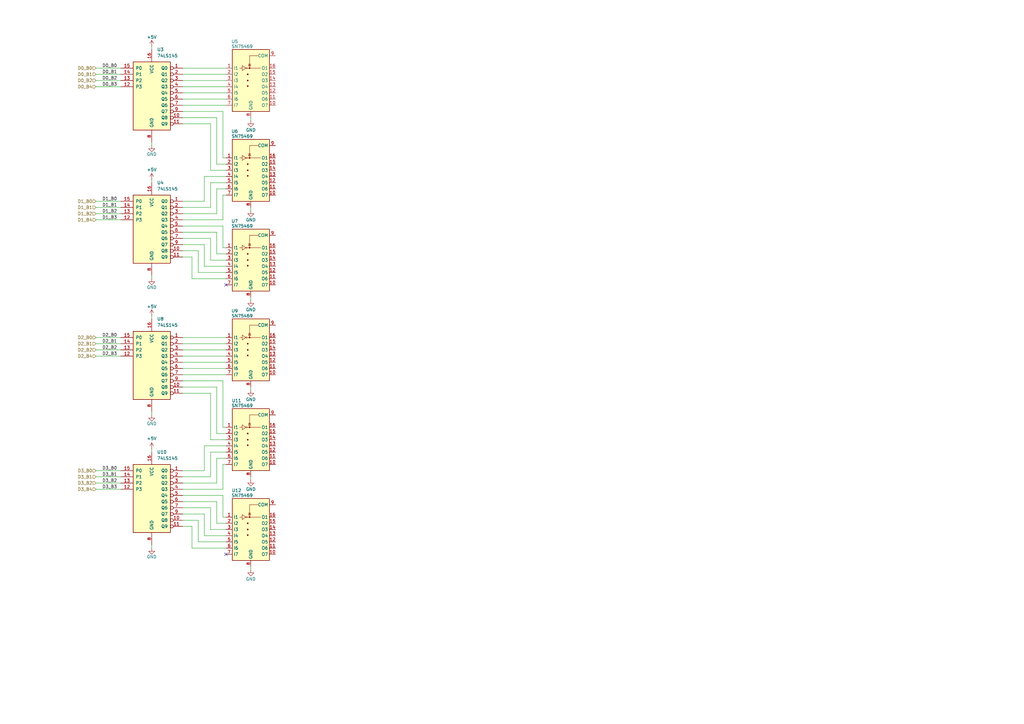
<source format=kicad_sch>
(kicad_sch (version 20231120) (generator "eeschema") (generator_version "8.0")
  (paper "A3")
  (lib_symbols
    (symbol "74xx:74LS145" (pin_names (offset 1.016))
      (property "Reference" "U" (at -7.62 13.97 0))
      (property "Value" "74LS145" (at -7.62 -16.51 0))
      (symbol "74LS145_1_0"
        (pin open_collector inverted (at 12.7 10.16 180) (length 5.08) (name "Q0") (number "1"))
        (pin open_collector inverted (at 12.7 -10.16 180) (length 5.08) (name "Q8") (number "10"))
        (pin open_collector inverted (at 12.7 -12.7 180) (length 5.08) (name "Q9") (number "11"))
        (pin input line (at -12.7 2.54 0) (length 5.08) (name "P3") (number "12"))
        (pin input line (at -12.7 5.08 0) (length 5.08) (name "P2") (number "13"))
        (pin input line (at -12.7 7.62 0) (length 5.08) (name "P1") (number "14"))
        (pin input line (at -12.7 10.16 0) (length 5.08) (name "P0") (number "15"))
        (pin power_in line (at 0 17.78 270) (length 5.08) (name "VCC") (number "16"))
        (pin open_collector inverted (at 12.7 7.62 180) (length 5.08) (name "Q1") (number "2"))
        (pin open_collector inverted (at 12.7 5.08 180) (length 5.08) (name "Q2") (number "3"))
        (pin open_collector inverted (at 12.7 2.54 180) (length 5.08) (name "Q3") (number "4"))
        (pin open_collector inverted (at 12.7 0 180) (length 5.08) (name "Q4") (number "5"))
        (pin open_collector inverted (at 12.7 -2.54 180) (length 5.08) (name "Q5") (number "6"))
        (pin open_collector inverted (at 12.7 -5.08 180) (length 5.08) (name "Q6") (number "7"))
        (pin power_in line (at 0 -20.32 90) (length 5.08) (name "GND") (number "8"))
        (pin open_collector inverted (at 12.7 -7.62 180) (length 5.08) (name "Q7") (number "9"))
      )
      (symbol "74LS145_1_1"
        (rectangle (start -7.62 12.7) (end 7.62 -15.24) (stroke (width 0.254)) (fill (type background)))
      )
    )
    (symbol "Transistor_Array:SN75469"
      (property "Reference" "U" (at 0 15.875 0))
      (property "Value" "SN75469" (at 0 13.97 0))
      (symbol "SN75469_0_1"
        (rectangle (start -7.62 -12.7) (end 7.62 12.7) (stroke (width 0.254)) (fill (type background)))
        (circle (center -1.778 5.08) (radius 0.254))
        (circle (center -1.27 -2.286) (radius 0.254) (fill (type outline)))
        (circle (center -1.27 0) (radius 0.254) (fill (type outline)))
        (circle (center -1.27 2.54) (radius 0.254) (fill (type outline)))
        (circle (center -0.508 5.08) (radius 0.254) (fill (type outline)))
        (polyline (pts (xy -4.572 5.08) (xy -3.556 5.08)))
        (polyline (pts (xy -1.524 5.08) (xy 4.064 5.08)))
        (polyline (pts (xy 0 6.731) (xy -1.016 6.731)))
        (polyline (pts (xy -0.508 5.08) (xy -0.508 10.16) (xy 2.921 10.16)))
        (polyline (pts (xy -3.556 6.096) (xy -3.556 4.064) (xy -2.032 5.08) (xy -3.556 6.096)))
        (polyline (pts (xy 0 5.969) (xy -1.016 5.969) (xy -0.508 6.731) (xy 0 5.969)))
      )
      (symbol "SN75469_1_1"
        (pin input line (at -10.16 5.08 0) (length 2.54) (name "I1") (number "1"))
        (pin open_collector line (at 10.16 -10.16 180) (length 2.54) (name "O7") (number "10"))
        (pin open_collector line (at 10.16 -7.62 180) (length 2.54) (name "O6") (number "11"))
        (pin open_collector line (at 10.16 -5.08 180) (length 2.54) (name "O5") (number "12"))
        (pin open_collector line (at 10.16 -2.54 180) (length 2.54) (name "O4") (number "13"))
        (pin open_collector line (at 10.16 0 180) (length 2.54) (name "O3") (number "14"))
        (pin open_collector line (at 10.16 2.54 180) (length 2.54) (name "O2") (number "15"))
        (pin open_collector line (at 10.16 5.08 180) (length 2.54) (name "O1") (number "16"))
        (pin input line (at -10.16 2.54 0) (length 2.54) (name "I2") (number "2"))
        (pin input line (at -10.16 0 0) (length 2.54) (name "I3") (number "3"))
        (pin input line (at -10.16 -2.54 0) (length 2.54) (name "I4") (number "4"))
        (pin input line (at -10.16 -5.08 0) (length 2.54) (name "I5") (number "5"))
        (pin input line (at -10.16 -7.62 0) (length 2.54) (name "I6") (number "6"))
        (pin input line (at -10.16 -10.16 0) (length 2.54) (name "I7") (number "7"))
        (pin power_in line (at 0 -15.24 90) (length 2.54) (name "GND") (number "8"))
        (pin passive line (at 10.16 10.16 180) (length 2.54) (name "COM") (number "9"))
      )
    )
    (symbol "power:+5V" (power) (pin_numbers hide) (pin_names (offset 0) hide)
      (property "Value" "+5V" (at 0 3.556 0))
      (symbol "+5V_0_1"
        (polyline (pts (xy -0.762 1.27) (xy 0 2.54)))
        (polyline (pts (xy 0 0) (xy 0 2.54)))
        (polyline (pts (xy 0 2.54) (xy 0.762 1.27)))
      )
      (symbol "+5V_1_1"
        (pin power_in line (at 0 0 90) (length 0) (name "~") (number "1"))
      )
    )
    (symbol "power:GND" (power) (pin_numbers hide) (pin_names (offset 0) hide)
      (property "Value" "GND" (at 0 -3.81 0))
      (symbol "GND_0_1"
        (polyline (pts (xy 0 0) (xy 0 -1.27) (xy 1.27 -1.27) (xy 0 -2.54) (xy -1.27 -1.27) (xy 0 -1.27)))
      )
      (symbol "GND_1_1"
        (pin power_in line (at 0 0 270) (length 0) (name "~") (number "1"))
      )
    )
  )
  (no_connect (at 92.71 116.84))
  (no_connect (at 92.71 227.33))
  (wire (pts (xy 74.93 138.43) (xy 92.71 138.43)))
  (wire (pts (xy 83.82 182.88) (xy 92.71 182.88)))
  (wire (pts (xy 86.36 69.85) (xy 86.36 50.8)))
  (wire (pts (xy 74.93 97.79) (xy 86.36 97.79)))
  (wire (pts (xy 91.44 80.01) (xy 91.44 90.17)))
  (wire (pts (xy 88.9 48.26) (xy 74.93 48.26)))
  (wire (pts (xy 74.93 213.36) (xy 81.28 213.36)))
  (wire (pts (xy 92.71 187.96) (xy 88.9 187.96)))
  (wire (pts (xy 86.36 106.68) (xy 92.71 106.68)))
  (wire (pts (xy 78.74 105.41) (xy 78.74 114.3)))
  (wire (pts (xy 81.28 111.76) (xy 92.71 111.76)))
  (wire (pts (xy 78.74 215.9) (xy 78.74 224.79)))
  (wire (pts (xy 86.36 195.58) (xy 74.93 195.58)))
  (wire (pts (xy 74.93 82.55) (xy 83.82 82.55)))
  (wire (pts (xy 74.93 153.67) (xy 92.71 153.67)))
  (wire (pts (xy 86.36 185.42) (xy 92.71 185.42)))
  (wire (pts (xy 88.9 77.47) (xy 88.9 87.63)))
  (wire (pts (xy 91.44 101.6) (xy 92.71 101.6)))
  (wire (pts (xy 39.37 198.12) (xy 49.53 198.12)))
  (wire (pts (xy 86.36 180.34) (xy 92.71 180.34)))
  (wire (pts (xy 86.36 180.34) (xy 86.36 161.29)))
  (wire (pts (xy 86.36 97.79) (xy 86.36 106.68)))
  (wire (pts (xy 92.71 67.31) (xy 88.9 67.31)))
  (wire (pts (xy 39.37 35.56) (xy 49.53 35.56)))
  (wire (pts (xy 74.93 151.13) (xy 92.71 151.13)))
  (wire (pts (xy 39.37 90.17) (xy 49.53 90.17)))
  (wire (pts (xy 86.36 74.93) (xy 92.71 74.93)))
  (wire (pts (xy 91.44 175.26) (xy 91.44 156.21)))
  (wire (pts (xy 39.37 140.97) (xy 49.53 140.97)))
  (wire (pts (xy 83.82 82.55) (xy 83.82 72.39)))
  (wire (pts (xy 39.37 138.43) (xy 49.53 138.43)))
  (wire (pts (xy 83.82 72.39) (xy 92.71 72.39)))
  (wire (pts (xy 62.23 59.69) (xy 62.23 58.42)))
  (wire (pts (xy 88.9 95.25) (xy 88.9 104.14)))
  (wire (pts (xy 102.87 196.85) (xy 102.87 195.58)))
  (wire (pts (xy 88.9 104.14) (xy 92.71 104.14)))
  (wire (pts (xy 78.74 224.79) (xy 92.71 224.79)))
  (wire (pts (xy 74.93 143.51) (xy 92.71 143.51)))
  (wire (pts (xy 91.44 64.77) (xy 91.44 45.72)))
  (wire (pts (xy 81.28 102.87) (xy 81.28 111.76)))
  (wire (pts (xy 74.93 40.64) (xy 92.71 40.64)))
  (wire (pts (xy 92.71 77.47) (xy 88.9 77.47)))
  (wire (pts (xy 39.37 82.55) (xy 49.53 82.55)))
  (wire (pts (xy 39.37 195.58) (xy 49.53 195.58)))
  (wire (pts (xy 88.9 205.74) (xy 88.9 214.63)))
  (wire (pts (xy 74.93 33.02) (xy 92.71 33.02)))
  (wire (pts (xy 62.23 184.15) (xy 62.23 185.42)))
  (wire (pts (xy 81.28 222.25) (xy 92.71 222.25)))
  (wire (pts (xy 102.87 160.02) (xy 102.87 158.75)))
  (wire (pts (xy 91.44 90.17) (xy 74.93 90.17)))
  (wire (pts (xy 62.23 114.3) (xy 62.23 113.03)))
  (wire (pts (xy 86.36 161.29) (xy 74.93 161.29)))
  (wire (pts (xy 74.93 215.9) (xy 78.74 215.9)))
  (wire (pts (xy 88.9 87.63) (xy 74.93 87.63)))
  (wire (pts (xy 74.93 140.97) (xy 92.71 140.97)))
  (wire (pts (xy 83.82 100.33) (xy 83.82 109.22)))
  (wire (pts (xy 92.71 175.26) (xy 91.44 175.26)))
  (wire (pts (xy 102.87 123.19) (xy 102.87 121.92)))
  (wire (pts (xy 86.36 50.8) (xy 74.93 50.8)))
  (wire (pts (xy 88.9 214.63) (xy 92.71 214.63)))
  (wire (pts (xy 86.36 74.93) (xy 86.36 85.09)))
  (wire (pts (xy 88.9 198.12) (xy 74.93 198.12)))
  (wire (pts (xy 74.93 105.41) (xy 78.74 105.41)))
  (wire (pts (xy 92.71 177.8) (xy 88.9 177.8)))
  (wire (pts (xy 92.71 64.77) (xy 91.44 64.77)))
  (wire (pts (xy 91.44 200.66) (xy 74.93 200.66)))
  (wire (pts (xy 102.87 86.36) (xy 102.87 85.09)))
  (wire (pts (xy 39.37 146.05) (xy 49.53 146.05)))
  (wire (pts (xy 62.23 170.18) (xy 62.23 168.91)))
  (wire (pts (xy 74.93 30.48) (xy 92.71 30.48)))
  (wire (pts (xy 74.93 100.33) (xy 83.82 100.33)))
  (wire (pts (xy 92.71 80.01) (xy 91.44 80.01)))
  (wire (pts (xy 86.36 217.17) (xy 92.71 217.17)))
  (wire (pts (xy 83.82 193.04) (xy 83.82 182.88)))
  (wire (pts (xy 91.44 190.5) (xy 91.44 200.66)))
  (wire (pts (xy 88.9 177.8) (xy 88.9 158.75)))
  (wire (pts (xy 88.9 67.31) (xy 88.9 48.26)))
  (wire (pts (xy 74.93 35.56) (xy 92.71 35.56)))
  (wire (pts (xy 102.87 49.53) (xy 102.87 48.26)))
  (wire (pts (xy 91.44 203.2) (xy 91.44 212.09)))
  (wire (pts (xy 91.44 45.72) (xy 74.93 45.72)))
  (wire (pts (xy 62.23 73.66) (xy 62.23 74.93)))
  (wire (pts (xy 91.44 156.21) (xy 74.93 156.21)))
  (wire (pts (xy 78.74 114.3) (xy 92.71 114.3)))
  (wire (pts (xy 88.9 158.75) (xy 74.93 158.75)))
  (wire (pts (xy 86.36 69.85) (xy 92.71 69.85)))
  (wire (pts (xy 39.37 30.48) (xy 49.53 30.48)))
  (wire (pts (xy 62.23 129.54) (xy 62.23 130.81)))
  (wire (pts (xy 86.36 208.28) (xy 86.36 217.17)))
  (wire (pts (xy 74.93 148.59) (xy 92.71 148.59)))
  (wire (pts (xy 83.82 109.22) (xy 92.71 109.22)))
  (wire (pts (xy 88.9 187.96) (xy 88.9 198.12)))
  (wire (pts (xy 83.82 210.82) (xy 83.82 219.71)))
  (wire (pts (xy 39.37 87.63) (xy 49.53 87.63)))
  (wire (pts (xy 74.93 208.28) (xy 86.36 208.28)))
  (wire (pts (xy 39.37 27.94) (xy 49.53 27.94)))
  (wire (pts (xy 39.37 200.66) (xy 49.53 200.66)))
  (wire (pts (xy 74.93 193.04) (xy 83.82 193.04)))
  (wire (pts (xy 74.93 210.82) (xy 83.82 210.82)))
  (wire (pts (xy 81.28 213.36) (xy 81.28 222.25)))
  (wire (pts (xy 74.93 205.74) (xy 88.9 205.74)))
  (wire (pts (xy 91.44 190.5) (xy 92.71 190.5)))
  (wire (pts (xy 39.37 33.02) (xy 49.53 33.02)))
  (wire (pts (xy 62.23 224.79) (xy 62.23 223.52)))
  (wire (pts (xy 74.93 95.25) (xy 88.9 95.25)))
  (wire (pts (xy 39.37 193.04) (xy 49.53 193.04)))
  (wire (pts (xy 74.93 92.71) (xy 91.44 92.71)))
  (wire (pts (xy 91.44 92.71) (xy 91.44 101.6)))
  (wire (pts (xy 74.93 203.2) (xy 91.44 203.2)))
  (wire (pts (xy 39.37 143.51) (xy 49.53 143.51)))
  (wire (pts (xy 74.93 102.87) (xy 81.28 102.87)))
  (wire (pts (xy 74.93 43.18) (xy 92.71 43.18)))
  (wire (pts (xy 39.37 85.09) (xy 49.53 85.09)))
  (wire (pts (xy 86.36 85.09) (xy 74.93 85.09)))
  (wire (pts (xy 91.44 212.09) (xy 92.71 212.09)))
  (wire (pts (xy 74.93 27.94) (xy 92.71 27.94)))
  (wire (pts (xy 62.23 19.05) (xy 62.23 20.32)))
  (wire (pts (xy 83.82 219.71) (xy 92.71 219.71)))
  (wire (pts (xy 102.87 233.68) (xy 102.87 232.41)))
  (wire (pts (xy 74.93 38.1) (xy 92.71 38.1)))
  (wire (pts (xy 86.36 185.42) (xy 86.36 195.58)))
  (wire (pts (xy 74.93 146.05) (xy 92.71 146.05)))
  (label "D1_B0" (at 41.91 82.55 0))
  (label "D2_B3" (at 41.91 146.05 0))
  (label "D2_B1" (at 41.91 140.97 0))
  (label "D3_B2" (at 41.91 198.12 0))
  (label "D0_B2" (at 41.91 33.02 0))
  (label "D2_B0" (at 41.91 138.43 0))
  (label "D3_B1" (at 41.91 195.58 0))
  (label "D3_B0" (at 41.91 193.04 0))
  (label "D1_B2" (at 41.91 87.63 0))
  (label "D2_B2" (at 41.91 143.51 0))
  (label "D0_B1" (at 41.91 30.48 0))
  (label "D0_B0" (at 41.91 27.94 0))
  (label "D1_B3" (at 41.91 90.17 0))
  (label "D0_B3" (at 41.91 35.56 0))
  (label "D3_B3" (at 41.91 200.66 0))
  (label "D1_B1" (at 41.91 85.09 0))
  (hierarchical_label "D1_B0" (shape input) (at 39.37 82.55 180))
  (hierarchical_label "D3_B0" (shape input) (at 39.37 193.04 180))
  (hierarchical_label "D0_B1" (shape input) (at 39.37 30.48 180))
  (hierarchical_label "D2_B2" (shape input) (at 39.37 143.51 180))
  (hierarchical_label "D3_B1" (shape input) (at 39.37 195.58 180))
  (hierarchical_label "D3_B4" (shape input) (at 39.37 200.66 180))
  (hierarchical_label "D2_B1" (shape input) (at 39.37 140.97 180))
  (hierarchical_label "D2_B0" (shape input) (at 39.37 138.43 180))
  (hierarchical_label "D0_B2" (shape input) (at 39.37 33.02 180))
  (hierarchical_label "D0_B0" (shape input) (at 39.37 27.94 180))
  (hierarchical_label "D0_B4" (shape input) (at 39.37 35.56 180))
  (hierarchical_label "D2_B4" (shape input) (at 39.37 146.05 180))
  (hierarchical_label "D1_B1" (shape input) (at 39.37 85.09 180))
  (hierarchical_label "D3_B2" (shape input) (at 39.37 198.12 180))
  (hierarchical_label "D1_B4" (shape input) (at 39.37 90.17 180))
  (hierarchical_label "D1_B2" (shape input) (at 39.37 87.63 180))
  (symbol (lib_id "power:+5V") (at 62.23 184.15 0) (unit 1)
    (property "Reference" "#PWR032" (effects (hide yes)))
    (property "Value" "+5V" (at 62.23 179.832 0))
    (property "Description" "Power symbol creates a global label with name \"+5V\"" (effects (hide yes)))
  )
  (symbol (lib_id "Transistor_Array:SN75469") (at 102.87 106.68 0) (unit 1)
    (property "Reference" "U7" (at 96.266 90.678 0))
    (property "Value" "SN75469" (at 99.314 92.71 0))
    (property "Datasheet" "http://www.ti.com/lit/ds/slrs023e/slrs023e.pdf" (effects (hide yes)))
    (property "Description" "Higher Voltage, High Current Darlington Transistor Arrays, 6-15V CMOS/PMOS-compatible input, SOIC16/SOIC16W/DIP16" (effects (hide yes)))
  )
  (symbol (lib_id "power:+5V") (at 62.23 19.05 0) (unit 1)
    (property "Reference" "#PWR029" (effects (hide yes)))
    (property "Value" "+5V" (at 62.23 15.24 0))
    (property "Description" "Power symbol creates a global label with name \"+5V\"" (effects (hide yes)))
  )
  (symbol (lib_id "power:GND") (at 102.87 49.53 0) (unit 1)
    (property "Reference" "#PWR036" (effects (hide yes)))
    (property "Value" "GND" (at 102.87 53.34 0))
    (property "Description" "Power symbol creates a global label with name \"GND\" , ground" (effects (hide yes)))
  )
  (symbol (lib_id "Transistor_Array:SN75469") (at 102.87 69.85 0) (unit 1)
    (property "Reference" "U6" (at 96.266 53.848 0))
    (property "Value" "SN75469" (at 99.314 55.88 0))
    (property "Datasheet" "http://www.ti.com/lit/ds/slrs023e/slrs023e.pdf" (effects (hide yes)))
    (property "Description" "Higher Voltage, High Current Darlington Transistor Arrays, 6-15V CMOS/PMOS-compatible input, SOIC16/SOIC16W/DIP16" (effects (hide yes)))
  )
  (symbol (lib_id "74xx:74LS145") (at 62.23 148.59 0) (unit 1)
    (property "Reference" "U8" (at 64.4241 130.81 0) (effects (justify left)))
    (property "Value" "74LS145" (at 64.4241 133.35 0) (effects (justify left)))
    (property "Datasheet" "http://www.ti.com/lit/gpn/sn74LS145" (effects (hide yes)))
    (property "Description" "Decoder 1 to 10, Open Collector" (effects (hide yes)))
  )
  (symbol (lib_id "power:+5V") (at 62.23 73.66 0) (unit 1)
    (property "Reference" "#PWR030" (effects (hide yes)))
    (property "Value" "+5V" (at 62.23 69.596 0))
    (property "Description" "Power symbol creates a global label with name \"+5V\"" (effects (hide yes)))
  )
  (symbol (lib_id "power:GND") (at 102.87 123.19 0) (unit 1)
    (property "Reference" "#PWR038" (effects (hide yes)))
    (property "Value" "GND" (at 102.87 127 0))
    (property "Description" "Power symbol creates a global label with name \"GND\" , ground" (effects (hide yes)))
  )
  (symbol (lib_id "power:GND") (at 62.23 114.3 0) (unit 1)
    (property "Reference" "#PWR031" (effects (hide yes)))
    (property "Value" "GND" (at 62.23 117.856 0))
    (property "Description" "Power symbol creates a global label with name \"GND\" , ground" (effects (hide yes)))
  )
  (symbol (lib_id "Transistor_Array:SN75469") (at 102.87 217.17 0) (unit 1)
    (property "Reference" "U12" (at 97.028 201.168 0))
    (property "Value" "SN75469" (at 99.314 203.2 0))
    (property "Datasheet" "http://www.ti.com/lit/ds/slrs023e/slrs023e.pdf" (effects (hide yes)))
    (property "Description" "Higher Voltage, High Current Darlington Transistor Arrays, 6-15V CMOS/PMOS-compatible input, SOIC16/SOIC16W/DIP16" (effects (hide yes)))
  )
  (symbol (lib_id "power:GND") (at 102.87 196.85 0) (unit 1)
    (property "Reference" "#PWR040" (effects (hide yes)))
    (property "Value" "GND" (at 102.87 200.66 0))
    (property "Description" "Power symbol creates a global label with name \"GND\" , ground" (effects (hide yes)))
  )
  (symbol (lib_id "power:GND") (at 62.23 224.79 0) (unit 1)
    (property "Reference" "#PWR033" (effects (hide yes)))
    (property "Value" "GND" (at 62.23 228.346 0))
    (property "Description" "Power symbol creates a global label with name \"GND\" , ground" (effects (hide yes)))
  )
  (symbol (lib_id "power:GND") (at 62.23 170.18 0) (unit 1)
    (property "Reference" "#PWR035" (effects (hide yes)))
    (property "Value" "GND" (at 62.23 173.736 0))
    (property "Description" "Power symbol creates a global label with name \"GND\" , ground" (effects (hide yes)))
  )
  (symbol (lib_id "power:GND") (at 102.87 160.02 0) (unit 1)
    (property "Reference" "#PWR039" (effects (hide yes)))
    (property "Value" "GND" (at 102.87 163.83 0))
    (property "Description" "Power symbol creates a global label with name \"GND\" , ground" (effects (hide yes)))
  )
  (symbol (lib_id "power:+5V") (at 62.23 129.54 0) (unit 1)
    (property "Reference" "#PWR034" (effects (hide yes)))
    (property "Value" "+5V" (at 62.23 125.73 0))
    (property "Description" "Power symbol creates a global label with name \"+5V\"" (effects (hide yes)))
  )
  (symbol (lib_id "Transistor_Array:SN75469") (at 102.87 143.51 0) (unit 1)
    (property "Reference" "U9" (at 96.266 127.508 0))
    (property "Value" "SN75469" (at 99.314 129.54 0))
    (property "Datasheet" "http://www.ti.com/lit/ds/slrs023e/slrs023e.pdf" (effects (hide yes)))
    (property "Description" "Higher Voltage, High Current Darlington Transistor Arrays, 6-15V CMOS/PMOS-compatible input, SOIC16/SOIC16W/DIP16" (effects (hide yes)))
  )
  (symbol (lib_id "74xx:74LS145") (at 62.23 38.1 0) (unit 1)
    (property "Reference" "U3" (at 64.4241 20.32 0) (effects (justify left)))
    (property "Value" "74LS145" (at 64.4241 22.86 0) (effects (justify left)))
    (property "Datasheet" "http://www.ti.com/lit/gpn/sn74LS145" (effects (hide yes)))
    (property "Description" "Decoder 1 to 10, Open Collector" (effects (hide yes)))
  )
  (symbol (lib_id "Transistor_Array:SN75469") (at 102.87 180.34 0) (unit 1)
    (property "Reference" "U11" (at 97.028 164.338 0))
    (property "Value" "SN75469" (at 99.314 166.37 0))
    (property "Datasheet" "http://www.ti.com/lit/ds/slrs023e/slrs023e.pdf" (effects (hide yes)))
    (property "Description" "Higher Voltage, High Current Darlington Transistor Arrays, 6-15V CMOS/PMOS-compatible input, SOIC16/SOIC16W/DIP16" (effects (hide yes)))
  )
  (symbol (lib_id "power:GND") (at 62.23 59.69 0) (unit 1)
    (property "Reference" "#PWR028" (effects (hide yes)))
    (property "Value" "GND" (at 62.23 63.246 0))
    (property "Description" "Power symbol creates a global label with name \"GND\" , ground" (effects (hide yes)))
  )
  (symbol (lib_id "74xx:74LS145") (at 62.23 203.2 0) (unit 1)
    (property "Reference" "U10" (at 64.4241 185.42 0) (effects (justify left)))
    (property "Value" "74LS145" (at 64.4241 187.96 0) (effects (justify left)))
    (property "Datasheet" "http://www.ti.com/lit/gpn/sn74LS145" (effects (hide yes)))
    (property "Description" "Decoder 1 to 10, Open Collector" (effects (hide yes)))
  )
  (symbol (lib_id "Transistor_Array:SN75469") (at 102.87 33.02 0) (unit 1)
    (property "Reference" "U5" (at 96.266 17.018 0))
    (property "Value" "SN75469" (at 99.314 19.05 0))
    (property "Datasheet" "http://www.ti.com/lit/ds/slrs023e/slrs023e.pdf" (effects (hide yes)))
    (property "Description" "Higher Voltage, High Current Darlington Transistor Arrays, 6-15V CMOS/PMOS-compatible input, SOIC16/SOIC16W/DIP16" (effects (hide yes)))
  )
  (symbol (lib_id "74xx:74LS145") (at 62.23 92.71 0) (unit 1)
    (property "Reference" "U4" (at 64.4241 74.93 0) (effects (justify left)))
    (property "Value" "74LS145" (at 64.4241 77.47 0) (effects (justify left)))
    (property "Datasheet" "http://www.ti.com/lit/gpn/sn74LS145" (effects (hide yes)))
    (property "Description" "Decoder 1 to 10, Open Collector" (effects (hide yes)))
  )
  (symbol (lib_id "power:GND") (at 102.87 233.68 0) (unit 1)
    (property "Reference" "#PWR041" (effects (hide yes)))
    (property "Value" "GND" (at 102.87 237.49 0))
    (property "Description" "Power symbol creates a global label with name \"GND\" , ground" (effects (hide yes)))
  )
  (symbol (lib_id "power:GND") (at 102.87 86.36 0) (unit 1)
    (property "Reference" "#PWR037" (effects (hide yes)))
    (property "Value" "GND" (at 102.87 90.17 0))
    (property "Description" "Power symbol creates a global label with name \"GND\" , ground" (effects (hide yes)))
  )
)
</source>
